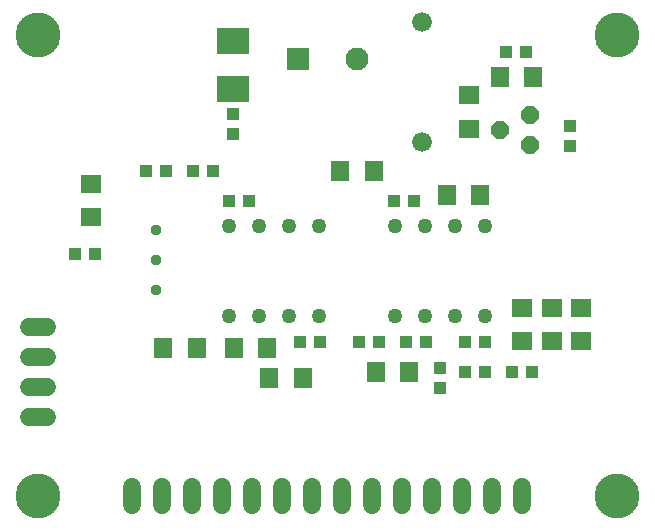
<source format=gbr>
G04 EAGLE Gerber RS-274X export*
G75*
%MOMM*%
%FSLAX34Y34*%
%LPD*%
%INSoldermask Top*%
%IPPOS*%
%AMOC8*
5,1,8,0,0,1.08239X$1,22.5*%
G01*
%ADD10R,1.600000X1.800000*%
%ADD11R,1.800000X1.600000*%
%ADD12R,1.100000X1.000000*%
%ADD13C,1.676400*%
%ADD14R,2.794000X2.286000*%
%ADD15P,1.623585X8X112.500000*%
%ADD16R,1.950000X1.950000*%
%ADD17C,1.950000*%
%ADD18C,0.959600*%
%ADD19R,1.600000X1.803000*%
%ADD20R,1.000000X1.100000*%
%ADD21R,1.803000X1.600000*%
%ADD22C,3.810000*%
%ADD23C,1.524000*%
%ADD24C,1.270000*%


D10*
X449000Y385000D03*
X421000Y385000D03*
D11*
X395000Y369000D03*
X395000Y341000D03*
D12*
X443500Y406000D03*
X426500Y406000D03*
D13*
X355000Y329200D03*
X355000Y430800D03*
D12*
X195000Y353500D03*
X195000Y336500D03*
X480000Y326500D03*
X480000Y343500D03*
D14*
X195000Y415460D03*
X195000Y374540D03*
D15*
X446350Y327300D03*
X420950Y340000D03*
X446350Y352700D03*
D16*
X250000Y400000D03*
D17*
X300000Y400000D03*
D18*
X130000Y255400D03*
X130000Y230000D03*
X130000Y204600D03*
D10*
X196000Y155000D03*
X224000Y155000D03*
D19*
X164220Y155000D03*
X135780Y155000D03*
X225780Y130000D03*
X254220Y130000D03*
D10*
X286000Y305000D03*
X314000Y305000D03*
D20*
X161500Y305000D03*
X178500Y305000D03*
D12*
X138500Y305000D03*
X121500Y305000D03*
D11*
X75000Y294000D03*
X75000Y266000D03*
D12*
X370000Y121500D03*
X370000Y138500D03*
D20*
X358500Y160000D03*
X341500Y160000D03*
X391500Y135000D03*
X408500Y135000D03*
X448500Y135000D03*
X431500Y135000D03*
D11*
X440000Y161000D03*
X440000Y189000D03*
D21*
X465000Y160780D03*
X465000Y189220D03*
D11*
X490000Y189000D03*
X490000Y161000D03*
D19*
X375780Y285000D03*
X404220Y285000D03*
D20*
X78500Y235000D03*
X61500Y235000D03*
D10*
X344000Y135000D03*
X316000Y135000D03*
D20*
X301500Y160000D03*
X318500Y160000D03*
D12*
X191500Y280000D03*
X208500Y280000D03*
X251500Y160000D03*
X268500Y160000D03*
D22*
X30000Y420000D03*
X520000Y420000D03*
X30000Y30000D03*
X520000Y30000D03*
D23*
X37620Y173100D02*
X22380Y173100D01*
X22380Y147700D02*
X37620Y147700D01*
X37620Y122300D02*
X22380Y122300D01*
X22380Y96900D02*
X37620Y96900D01*
D24*
X191900Y181900D03*
X217300Y181900D03*
X217300Y258100D03*
X191900Y258100D03*
X242700Y181900D03*
X268100Y181900D03*
X242700Y258100D03*
X268100Y258100D03*
X331900Y181900D03*
X357300Y181900D03*
X357300Y258100D03*
X331900Y258100D03*
X382700Y181900D03*
X408100Y181900D03*
X382700Y258100D03*
X408100Y258100D03*
D23*
X109900Y37620D02*
X109900Y22380D01*
X135300Y22380D02*
X135300Y37620D01*
X160700Y37620D02*
X160700Y22380D01*
X186100Y22380D02*
X186100Y37620D01*
X211500Y37620D02*
X211500Y22380D01*
X236900Y22380D02*
X236900Y37620D01*
X262300Y37620D02*
X262300Y22380D01*
X287700Y22380D02*
X287700Y37620D01*
X313100Y37620D02*
X313100Y22380D01*
X338500Y22380D02*
X338500Y37620D01*
X363900Y37620D02*
X363900Y22380D01*
X389300Y22380D02*
X389300Y37620D01*
X414700Y37620D02*
X414700Y22380D01*
X440100Y22380D02*
X440100Y37620D01*
D12*
X331500Y280000D03*
X348500Y280000D03*
X391500Y160000D03*
X408500Y160000D03*
M02*

</source>
